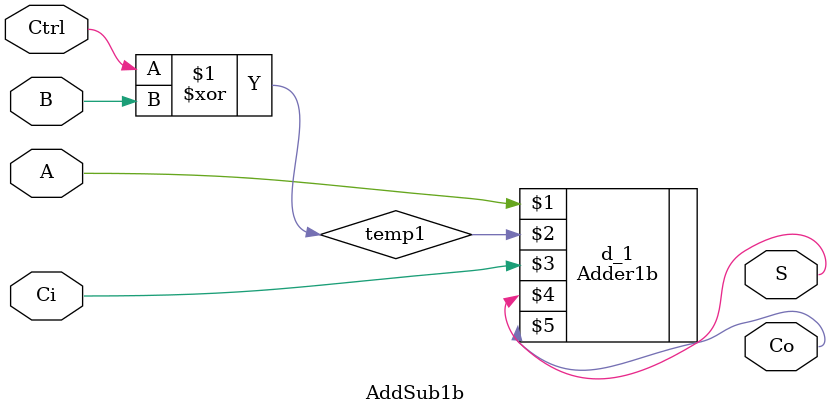
<source format=v>
`timescale 1ns / 1ps


module AddSub1b (
    A,
    B,
    Ctrl,
    Ci,
    S,
    Co
);
  input wire A, B, Ctrl, Ci;
  output wire S, Co;
wire temp1=Ctrl^B;
Adder1b d_1(A,temp1,Ci,S,Co);
endmodule

</source>
